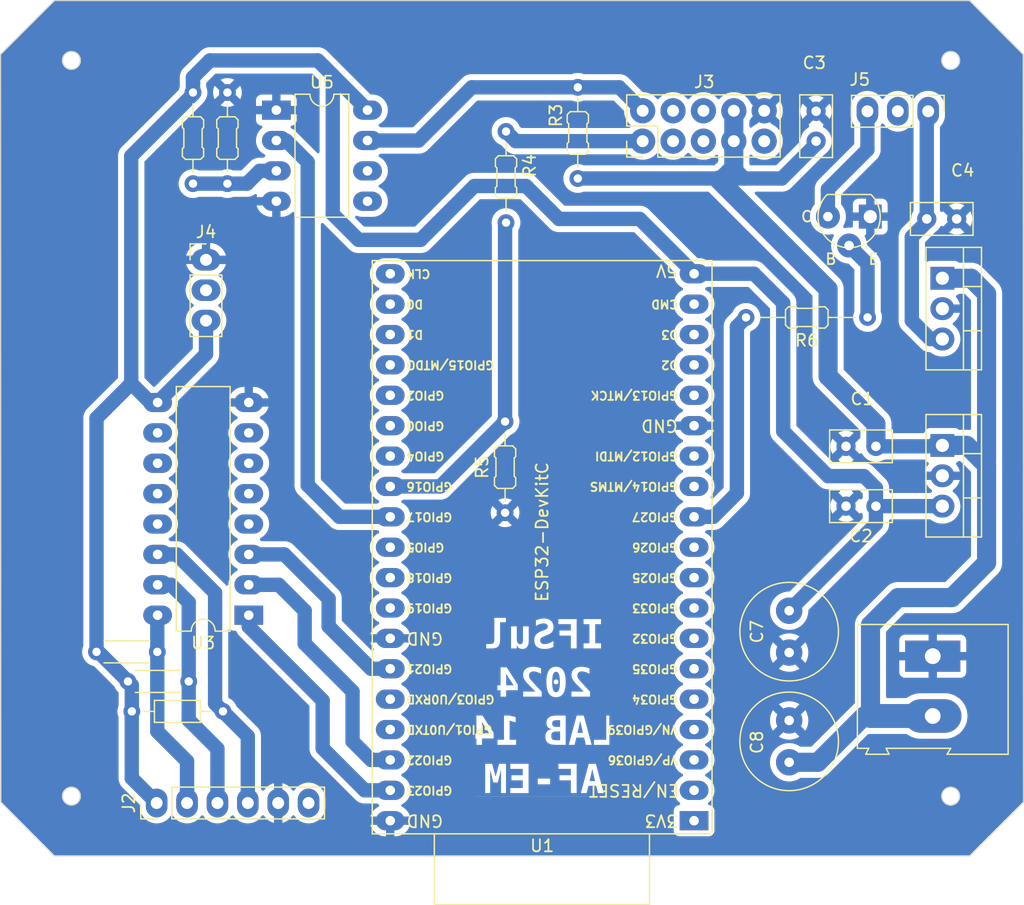
<source format=kicad_pcb>
(kicad_pcb (version 20240108) (generator "pcbnew") (generator_version "8.0")
  (layers (0 "F.Cu" signal) (31 "B.Cu" signal) (34 "B.Paste" user) (35 "F.Paste" user) (36 "B.SilkS" user "B.Silkscreen") (37 "F.SilkS" user "F.Silkscreen") (38 "B.Mask" user) (39 "F.Mask" user) (44 "Edge.Cuts" user))
  (net 0 "")
  (net 1 "GND")
  (net 2 "15 V")
  (net 34 "CLOCK")
  (net 35 "DATA")
  (net 36 "LATCH")
  (net 37 "Net-(J5-Pin_3)")
  (net 38 "Net-(Q1-B)")
  (net 39 "Net-(U1-GPIO21)")
  (net 40 "Net-(U1-GPIO22)")
  (net 41 "Net-(U1-GPIO23)")
  (net 42 "Net-(J5-Pin_1)")
  (net 43 "Net-(U5--)")
  (net 44 "RX")
  (net 45 "TX")
  (net 58 "Net-(U1-GPIO16)")
  (net 59 "Net-(U1-GPIO17)")
  (net 61 "Net-(U1-ADC2_CH7{slash}GPIO27)")
  (net 63 "VCC")
  (footprint "Connector_PinHeader_2.54mm:PinHeader_1x03_P2.54mm_Vertical" (layer "F.Cu") (at 31.35 35.77)
    (property "Reference" "J4" (at 0 -2.33 0) (layer "F.SilkS"))
    (property "Value" "5V Extra")
    (pad "1" thru_hole oval (at 0 0) (size 2.4 1.8) (drill 1) (layers "*.Cu" "*.Mask") (net 1 "GND"))
    (pad "2" thru_hole oval (at 0 2.54) (size 2.4 1.8) (drill 1) (layers "*.Cu" "*.Mask"))
    (pad "3" thru_hole oval (at 0 5.08) (size 2.4 1.8) (drill 1) (layers "*.Cu" "*.Mask") (net 63 "VCC"))
  )
  (footprint "PCM_Resistor_THT_AKL:R_Axial_DIN0204_L3.6mm_D1.6mm_P7.62mm_Horizontal" (layer "F.Cu") (at 62.43 21.35 -90)
    (property "Reference" "R3" (at 2.35 1.83 90) (layer "F.SilkS"))
    (property "Value" "1k5")
    (pad "1" thru_hole circle (at 0 0 270) (size 1.4 1.4) (drill 0.7) (layers "*.Cu" "*.Mask") (net 45 "TX"))
    (pad "2" thru_hole oval (at 7.62 0 270) (size 1.4 1.4) (drill 0.7) (layers "*.Cu" "*.Mask") (net 2 "15 V"))
  )
  (footprint "Package_TO_SOT_THT:TO-220-3_Vertical" (layer "F.Cu") (at 92.905 51.28 -90)
    (property "Reference" "U2" (hide yes))
    (property "Value" "LM7805_TO220")
    (pad "1" thru_hole rect (at 0 0 270) (size 1.905 2) (drill 1.1) (layers "*.Cu" "*.Mask") (net 2 "15 V"))
    (pad "2" thru_hole oval (at 2.54 0 270) (size 1.905 2) (drill 1.1) (layers "*.Cu" "*.Mask") (net 1 "GND"))
    (pad "3" thru_hole oval (at 5.08 0 270) (size 1.905 2) (drill 1.1) (layers "*.Cu" "*.Mask") (net 63 "VCC"))
  )
  (footprint "Connector_PinHeader_2.54mm:PinHeader_1x03_P2.54mm_Vertical" (layer "F.Cu") (at 91.72 23.35 -90)
    (property "Reference" "J5" (at -2.65 5.72 180) (layer "F.SilkS"))
    (property "Value" "Speaker")
    (pad "1" thru_hole oval (at 0 0 270) (size 2.4 1.8) (drill 1) (layers "*.Cu" "*.Mask") (net 42 "Net-(J5-Pin_1)"))
    (pad "2" thru_hole oval (at 0 2.54 270) (size 2.4 1.8) (drill 1) (layers "*.Cu" "*.Mask"))
    (pad "3" thru_hole oval (at 0 5.079999 270) (size 2.4 1.8) (drill 1) (layers "*.Cu" "*.Mask") (net 37 "Net-(J5-Pin_3)"))
  )
  (footprint "Capacitor_THT:C_Disc_D5.0mm_W2.5mm_P2.50mm" (layer "F.Cu") (at 87.35 51.36 180)
    (property "Reference" "C1" (at 1.15 3.96 180) (layer "F.SilkS"))
    (property "Value" "100n")
    (pad "1" thru_hole circle (at 0 0 180) (size 1.6 1.6) (drill 0.8) (layers "*.Cu" "*.Mask") (net 2 "15 V"))
    (pad "2" thru_hole circle (at 2.5 0 180) (size 1.6 1.6) (drill 0.8) (layers "*.Cu" "*.Mask") (net 1 "GND"))
  )
  (footprint "Capacitor_THT:C_Radial_D8.0mm_H11.5mm_P3.50mm" (layer "F.Cu") (at 80.097 65.1 -90)
    (property "Reference" "C7" (at 1.75 2.697 90) (layer "F.SilkS"))
    (property "Value" "1000u")
    (pad "1" thru_hole circle (at 0 0 270) (size 2.2 2.2) (drill 0.8) (layers "*.Cu" "*.Mask") (net 63 "VCC"))
    (pad "2" thru_hole circle (at 3.5 0 270) (size 2.2 2.2) (drill 0.8) (layers "*.Cu" "*.Mask") (net 1 "GND"))
  )
  (footprint "Capacitor_THT:C_Radial_D8.0mm_H11.5mm_P3.50mm" (layer "F.Cu") (at 80.097 77.772 90)
    (property "Reference" "C8" (at 1.672 -2.697 90) (layer "F.SilkS"))
    (property "Value" "1000u")
    (pad "1" thru_hole circle (at 0 0 90) (size 2.2 2.2) (drill 0.8) (layers "*.Cu" "*.Mask") (net 2 "15 V"))
    (pad "2" thru_hole circle (at 3.5 0 90) (size 2.2 2.2) (drill 0.8) (layers "*.Cu" "*.Mask") (net 1 "GND"))
  )
  (footprint "PCM_Resistor_THT_AKL:R_Axial_DIN0204_L3.6mm_D1.6mm_P7.62mm_Horizontal" (layer "F.Cu") (at 30.262 21.782 -90)
    (property "Reference" "R1" (hide yes))
    (property "Value" "2k2")
    (pad "1" thru_hole circle (at 0 0 270) (size 1.4 1.4) (drill 0.7) (layers "*.Cu" "*.Mask") (net 63 "VCC"))
    (pad "2" thru_hole oval (at 7.62 0 270) (size 1.4 1.4) (drill 0.7) (layers "*.Cu" "*.Mask") (net 43 "Net-(U5--)"))
  )
  (footprint "PCM_Package_TO_SOT_THT_AKL:TO-92_EBC" (layer "F.Cu") (at 86.377501 32.157501 180)
    (property "Reference" "Q1" (hide yes))
    (property "Value" "2N2222A" (hide yes))
    (fp_text user "E" (at -0.762 -3.556 0) (layer "F.SilkS") (effects (font (size 0.9 0.9))))
    (fp_text user "B" (at 2.794 -3.556 0) (layer "F.SilkS") (effects (font (size 0.9 0.9))))
    (fp_text user "C" (at 4.826 0 0) (layer "F.SilkS") (effects (font (size 0.9 0.9))))
    (pad "1" thru_hole rect (at -0.499999 0 180) (size 1.905 2) (drill 1.1) (layers "*.Cu" "*.Mask") (net 1 "GND"))
    (pad "2" thru_hole oval (at 1.27 -2.42 180) (size 2 2) (drill 0.8) (layers "*.Cu" "*.Mask") (net 38 "Net-(Q1-B)"))
    (pad "3" thru_hole oval (at 3.040001 0 180) (size 2 2) (drill 0.8) (layers "*.Cu" "*.Mask") (net 37 "Net-(J5-Pin_3)"))
  )
  (footprint "Resistor_THT:R_Axial_DIN0204_L3.6mm_D1.6mm_P7.62mm_Horizontal" (layer "F.Cu") (at 25.149356 73.514951)
    (property "Reference" "R7" (hide yes))
    (property "Value" "1k5")
    (pad "1" thru_hole circle (at 0 0) (size 1.4 1.4) (drill 0.7) (layers "*.Cu" "*.Mask") (net 63 "VCC"))
    (pad "2" thru_hole oval (at 7.62 0) (size 1.4 1.4) (drill 0.7) (layers "*.Cu" "*.Mask") (net 34 "CLOCK"))
  )
  (footprint "Capacitor_THT:C_Disc_D5.0mm_W2.5mm_P2.50mm" (layer "F.Cu") (at 82.35 25.85 90)
    (property "Reference" "C3" (at 6.55 -0.15 0) (layer "F.SilkS"))
    (property "Value" "100n")
    (pad "1" thru_hole circle (at 0 0 90) (size 1.6 1.6) (drill 0.8) (layers "*.Cu" "*.Mask") (net 2 "15 V"))
    (pad "2" thru_hole circle (at 2.5 0 90) (size 1.6 1.6) (drill 0.8) (layers "*.Cu" "*.Mask") (net 1 "GND"))
  )
  (footprint "Connector_PinHeader_2.54mm:PinHeader_1x06_P2.54mm_Vertical" (layer "F.Cu") (at 27.225 81.175 90)
    (property "Reference" "J2" (at 0 -2.33 90) (layer "F.SilkS"))
    (property "Value" "LEDs")
    (pad "1" thru_hole oval (at 0 0 90) (size 2.4 1.8) (drill 1) (layers "*.Cu" "*.Mask") (net 63 "VCC"))
    (pad "2" thru_hole oval (at 0 2.54 90) (size 2.4 1.8) (drill 1) (layers "*.Cu" "*.Mask") (net 36 "LATCH"))
    (pad "3" thru_hole oval (at 0 5.08 90) (size 2.4 1.8) (drill 1) (layers "*.Cu" "*.Mask") (net 35 "DATA"))
    (pad "4" thru_hole oval (at 0 7.62 90) (size 2.4 1.8) (drill 1) (layers "*.Cu" "*.Mask") (net 34 "CLOCK"))
    (pad "5" thru_hole oval (at 0 10.16 90) (size 2.4 1.8) (drill 1) (layers "*.Cu" "*.Mask") (net 1 "GND"))
    (pad "6" thru_hole oval (at 0 12.7 90) (size 2.4 1.8) (drill 1) (layers "*.Cu" "*.Mask"))
  )
  (footprint "Package_DIP:DIP-8_W7.62mm_LongPads" (layer "F.Cu") (at 37.23 23.255)
    (property "Reference" "U5" (at 3.81 -2.33 0) (layer "F.SilkS"))
    (property "Value" "LM311")
    (pad "1" thru_hole rect (at 0 0) (size 2.4 1.6) (drill 0.8) (layers "*.Cu" "*.Mask") (net 1 "GND"))
    (pad "2" thru_hole oval (at 0 2.54) (size 2.4 1.6) (drill 0.8) (layers "*.Cu" "*.Mask") (net 59 "Net-(U1-GPIO17)"))
    (pad "3" thru_hole oval (at 0 5.08) (size 2.4 1.6) (drill 0.8) (layers "*.Cu" "*.Mask") (net 43 "Net-(U5--)"))
    (pad "4" thru_hole oval (at 0 7.62) (size 2.4 1.6) (drill 0.8) (layers "*.Cu" "*.Mask") (net 1 "GND"))
    (pad "5" thru_hole oval (at 7.62 7.62) (size 2.4 1.6) (drill 0.8) (layers "*.Cu" "*.Mask"))
    (pad "6" thru_hole oval (at 7.62 5.08) (size 2.4 1.6) (drill 0.8) (layers "*.Cu" "*.Mask"))
    (pad "7" thru_hole oval (at 7.62 2.54) (size 2.4 1.6) (drill 0.8) (layers "*.Cu" "*.Mask") (net 45 "TX"))
    (pad "8" thru_hole oval (at 7.62 0) (size 2.4 1.6) (drill 0.8) (layers "*.Cu" "*.Mask") (net 63 "VCC"))
  )
  (footprint "Connector_PinHeader_2.54mm:PinHeader_2x05_P2.54mm_Vertical" (layer "F.Cu") (at 67.85 25.85 90)
    (property "Reference" "J3" (at 4.95 5.15 180) (layer "F.SilkS"))
    (property "Value" "Serial")
    (pad "1" thru_hole circle (at 0 0 90) (size 2.1 2.1) (drill 1) (layers "*.Cu" "*.Mask") (net 44 "RX"))
    (pad "2" thru_hole circle (at 2.54 0 90) (size 2.1 2.1) (drill 1) (layers "*.Cu" "*.Mask") (net 45 "TX"))
    (pad "3" thru_hole circle (at 0 2.54 90) (size 2.1 2.1) (drill 1) (layers "*.Cu" "*.Mask"))
    (pad "4" thru_hole circle (at 2.54 2.54 90) (size 2.1 2.1) (drill 1) (layers "*.Cu" "*.Mask"))
    (pad "5" thru_hole circle (at 0 5.08 90) (size 2.1 2.1) (drill 1) (layers "*.Cu" "*.Mask"))
    (pad "6" thru_hole circle (at 2.54 5.08 90) (size 2.1 2.1) (drill 1) (layers "*.Cu" "*.Mask"))
    (pad "7" thru_hole circle (at 0 7.62 90) (size 2.1 2.1) (drill 1) (layers "*.Cu" "*.Mask") (net 2 "15 V"))
    (pad "8" thru_hole circle (at 2.54 7.62 90) (size 2.1 2.1) (drill 1) (layers "*.Cu" "*.Mask") (net 2 "15 V"))
    (pad "9" thru_hole circle (at 0 10.16 90) (size 2.1 2.1) (drill 1) (layers "*.Cu" "*.Mask"))
    (pad "10" thru_hole circle (at 2.54 10.16 90) (size 2.1 2.1) (drill 1) (layers "*.Cu" "*.Mask") (net 1 "GND"))
  )
  (footprint "Package_DIP:DIP-16_W7.62mm_LongPads" (layer "F.Cu") (at 34.925 65.475 180)
    (property "Reference" "U3" (at 3.81 -2.33 0) (layer "F.SilkS"))
    (property "Value" "ULN2003A")
    (pad "1" thru_hole rect (at 0 0 180) (size 2.4 1.6) (drill 0.8) (layers "*.Cu" "*.Mask") (net 41 "Net-(U1-GPIO23)"))
    (pad "2" thru_hole oval (at 0 2.54 180) (size 2.4 1.6) (drill 0.8) (layers "*.Cu" "*.Mask") (net 40 "Net-(U1-GPIO22)"))
    (pad "3" thru_hole oval (at 0 5.08 180) (size 2.4 1.6) (drill 0.8) (layers "*.Cu" "*.Mask") (net 39 "Net-(U1-GPIO21)"))
    (pad "4" thru_hole oval (at 0 7.62 180) (size 2.4 1.6) (drill 0.8) (layers "*.Cu" "*.Mask"))
    (pad "5" thru_hole oval (at 0 10.16 180) (size 2.4 1.6) (drill 0.8) (layers "*.Cu" "*.Mask"))
    (pad "6" thru_hole oval (at 0 12.7 180) (size 2.4 1.6) (drill 0.8) (layers "*.Cu" "*.Mask"))
    (pad "7" thru_hole oval (at 0 15.24 180) (size 2.4 1.6) (drill 0.8) (layers "*.Cu" "*.Mask"))
    (pad "8" thru_hole oval (at 0 17.78 180) (size 2.4 1.6) (drill 0.8) (layers "*.Cu" "*.Mask") (net 1 "GND"))
    (pad "9" thru_hole oval (at 7.62 17.78 180) (size 2.4 1.6) (drill 0.8) (layers "*.Cu" "*.Mask") (net 63 "VCC"))
    (pad "10" thru_hole oval (at 7.62 15.24 180) (size 2.4 1.6) (drill 0.8) (layers "*.Cu" "*.Mask"))
    (pad "11" thru_hole oval (at 7.62 12.7 180) (size 2.4 1.6) (drill 0.8) (layers "*.Cu" "*.Mask"))
    (pad "12" thru_hole oval (at 7.62 10.16 180) (size 2.4 1.6) (drill 0.8) (layers "*.Cu" "*.Mask"))
    (pad "13" thru_hole oval (at 7.62 7.62 180) (size 2.4 1.6) (drill 0.8) (layers "*.Cu" "*.Mask"))
    (pad "14" thru_hole oval (at 7.62 5.08 180) (size 2.4 1.6) (drill 0.8) (layers "*.Cu" "*.Mask") (net 34 "CLOCK"))
    (pad "15" thru_hole oval (at 7.62 2.54 180) (size 2.4 1.6) (drill 0.8) (layers "*.Cu" "*.Mask") (net 35 "DATA"))
    (pad "16" thru_hole oval (at 7.62 0 180) (size 2.4 1.6) (drill 0.8) (layers "*.Cu" "*.Mask") (net 36 "LATCH"))
  )
  (footprint "PCM_Resistor_THT_AKL:R_Axial_DIN0204_L3.6mm_D1.6mm_P7.62mm_Horizontal" (layer "F.Cu") (at 33.14 21.782 -90)
    (property "Reference" "R2" (hide yes))
    (property "Value" "330")
    (pad "1" thru_hole circle (at 0 0 270) (size 1.4 1.4) (drill 0.7) (layers "*.Cu" "*.Mask") (net 1 "GND"))
    (pad "2" thru_hole oval (at 7.62 0 270) (size 1.4 1.4) (drill 0.7) (layers "*.Cu" "*.Mask") (net 43 "Net-(U5--)"))
  )
  (footprint "Resistor_THT:R_Axial_DIN0204_L3.6mm_D1.6mm_P5.08mm_Horizontal" (layer "F.Cu") (at 22.198215 68.54127)
    (property "Reference" "R9" (hide yes))
    (property "Value" "1k5")
    (pad "1" thru_hole circle (at 0 0) (size 1.4 1.4) (drill 0.7) (layers "*.Cu" "*.Mask") (net 63 "VCC"))
    (pad "2" thru_hole oval (at 5.08 0) (size 1.4 1.4) (drill 0.7) (layers "*.Cu" "*.Mask") (net 36 "LATCH"))
  )
  (footprint "Capacitor_THT:C_Disc_D5.0mm_W2.5mm_P2.50mm" (layer "F.Cu") (at 87.35 56.36 180)
    (property "Reference" "C2" (at 1.25 -2.5 180) (layer "F.SilkS"))
    (property "Value" "100n")
    (pad "1" thru_hole circle (at 0 0 180) (size 1.6 1.6) (drill 0.8) (layers "*.Cu" "*.Mask") (net 63 "VCC"))
    (pad "2" thru_hole circle (at 2.5 0 180) (size 1.6 1.6) (drill 0.8) (layers "*.Cu" "*.Mask") (net 1 "GND"))
  )
  (footprint "Package_TO_SOT_THT:TO-220-3_Vertical" (layer "F.Cu") (at 92.905 37.31 -90)
    (property "Reference" "U4" (hide yes))
    (property "Value" "LM7812_TO220")
    (pad "1" thru_hole rect (at 0 0 270) (size 1.905 2) (drill 1.1) (layers "*.Cu" "*.Mask") (net 2 "15 V"))
    (pad "2" thru_hole oval (at 2.54 0 270) (size 1.905 2) (drill 1.1) (layers "*.Cu" "*.Mask") (net 1 "GND"))
    (pad "3" thru_hole oval (at 5.08 0 270) (size 1.905 2) (drill 1.1) (layers "*.Cu" "*.Mask") (net 42 "Net-(J5-Pin_1)"))
  )
  (footprint "PCM_Resistor_THT_AKL:R_Axial_DIN0204_L3.6mm_D1.6mm_P10.16mm_Horizontal" (layer "F.Cu") (at 86.65 40.586 180)
    (property "Reference" "R6" (at 5.08 -1.92 180) (layer "F.SilkS"))
    (property "Value" "180")
    (pad "1" thru_hole circle (at 0 0 180) (size 1.4 1.4) (drill 0.7) (layers "*.Cu" "*.Mask") (net 38 "Net-(Q1-B)"))
    (pad "2" thru_hole oval (at 10.16 0 180) (size 1.4 1.4) (drill 0.7) (layers "*.Cu" "*.Mask") (net 61 "Net-(U1-ADC2_CH7{slash}GPIO27)"))
  )
  (footprint "Resistor_THT:R_Axial_DIN0204_L3.6mm_D1.6mm_P5.08mm_Horizontal" (layer "F.Cu") (at 24.825434 71.011639)
    (property "Reference" "R8" (hide yes))
    (property "Value" "1k5")
    (pad "1" thru_hole circle (at 0 0) (size 1.4 1.4) (drill 0.7) (layers "*.Cu" "*.Mask") (net 63 "VCC"))
    (pad "2" thru_hole oval (at 5.08 0) (size 1.4 1.4) (drill 0.7) (layers "*.Cu" "*.Mask") (net 35 "DATA"))
  )
  (footprint "PCM_Resistor_THT_AKL:R_Axial_DIN0204_L3.6mm_D1.6mm_P7.62mm_Horizontal" (layer "F.Cu") (at 56.43 25.04 -90)
    (property "Reference" "R4" (at 2.86 -1.97 90) (layer "F.SilkS"))
    (property "Value" "33k")
    (pad "1" thru_hole circle (at 0 0 270) (size 1.4 1.4) (drill 0.7) (layers "*.Cu" "*.Mask") (net 44 "RX"))
    (pad "2" thru_hole oval (at 7.62 0 270) (size 1.4 1.4) (drill 0.7) (layers "*.Cu" "*.Mask") (net 58 "Net-(U1-GPIO16)"))
  )
  (footprint "TerminalBlock:TerminalBlock_Altech_AK300-2_P5.00mm" (layer "F.Cu") (at 92.1 68.902 -90)
    (property "Reference" "J1" (hide yes))
    (property "Value" "Alimentação")
    (pad "1" thru_hole rect (at 0 0 270) (size 2.6 4.6) (drill 1.32) (layers "*.Cu" "*.Mask") (net 1 "GND"))
    (pad "2" thru_hole oval (at 5 0 270) (size 2.8 4.8) (drill 1.32) (layers "*.Cu" "*.Mask") (net 2 "15 V"))
  )
  (footprint "PCM_Resistor_THT_AKL:R_Axial_DIN0204_L3.6mm_D1.6mm_P7.62mm_Horizontal" (layer "F.Cu") (at 56.35 56.91 90)
    (property "Reference" "R5" (at 3.81 -1.92 90) (layer "F.SilkS"))
    (property "Value" "10k")
    (pad "1" thru_hole circle (at 0 0 90) (size 1.4 1.4) (drill 0.7) (layers "*.Cu" "*.Mask") (net 1 "GND"))
    (pad "2" thru_hole oval (at 7.62 0 90) (size 1.4 1.4) (drill 0.7) (layers "*.Cu" "*.Mask") (net 58 "Net-(U1-GPIO16)"))
  )
  (footprint "Capacitor_THT:C_Disc_D5.0mm_W2.5mm_P2.50mm" (layer "F.Cu") (at 91.6 32.35)
    (property "Reference" "C4" (at 3 -4.05 0) (layer "F.SilkS"))
    (property "Value" "100n")
    (pad "1" thru_hole circle (at 0 0) (size 1.6 1.6) (drill 0.8) (layers "*.Cu" "*.Mask") (net 42 "Net-(J5-Pin_1)"))
    (pad "2" thru_hole circle (at 2.5 0) (size 1.6 1.6) (drill 0.8) (layers "*.Cu" "*.Mask") (net 1 "GND"))
  )
  (footprint "PCM_Espressif:ESP32-DevKitC" (layer "F.Cu") (at 72.15 82.65344 180)
    (property "Reference" "U1" (at 12.7 -2.1 0) (layer "F.SilkS"))
    (property "Value" "ESP32-DevKitC" (at 12.7 24.13 90) (layer "F.SilkS"))
    (fp_text user "GPIO4" (at 24.13 30.48 180) (layer "F.SilkS") (effects (font (size 0.7 0.7)) (justify right)))
    (fp_text user "D0" (at 24.13 43.18 180) (layer "F.SilkS") (effects (font (size 0.7 0.7)) (justify right)))
    (fp_text user "D3" (at 1.27 40.64 180) (layer "F.SilkS") (effects (font (size 0.7 0.7)) (justify left)))
    (fp_text user "GPIO32" (at 1.27 15.24 180) (layer "F.SilkS") (effects (font (size 0.7 0.7)) (justify left)))
    (fp_text user "GPIO34" (at 1.27 10.16 180) (layer "F.SilkS") (effects (font (size 0.7 0.7)) (justify left)))
    (fp_text user "GPIO1/U0TXD" (at 24.13 7.62 180) (layer "F.SilkS") (effects (font (size 0.7 0.7)) (justify right)))
    (fp_text user "3V3" (at 1.27 0 180) (layer "F.SilkS") (effects (justify left)))
    (fp_text user "GPIO27" (at 1.27 25.4 180) (layer "F.SilkS") (effects (font (size 0.7 0.7)) (justify left)))
    (fp_text user "GPIO23" (at 24.13 2.54 180) (layer "F.SilkS") (effects (font (size 0.7 0.7)) (justify right)))
    (fp_text user "GPIO33" (at 1.27 17.78 180) (layer "F.SilkS") (effects (font (size 0.7 0.7)) (justify left)))
    (fp_text user "GPIO3/U0RXD" (at 24.13 10.16 180) (layer "F.SilkS") (effects (font (size 0.7 0.7)) (justify right)))
    (fp_text user "GPIO17" (at 24.13 25.4 180) (layer "F.SilkS") (effects (font (size 0.7 0.7)) (justify right)))
    (fp_text user "GPIO15/MTDO" (at 24.13 38.1 180) (layer "F.SilkS") (effects (font (size 0.7 0.7)) (justify right)))
    (fp_text user "GPIO0" (at 24.13 33.02 180) (layer "F.SilkS") (effects (font (size 0.7 0.7)) (justify right)))
    (fp_text user "GPIO5" (at 24.13 22.86 180) (layer "F.SilkS") (effects (font (size 0.7 0.7)) (justify right)))
    (fp_text user "GND" (at 1.27 33.02 180) (layer "F.SilkS") (effects (justify left)))
    (fp_text user "GND" (at 24.13 0 180) (layer "F.SilkS") (effects (justify right)))
    (fp_text user "D1" (at 24.13 40.64 180) (layer "F.SilkS") (effects (font (size 0.7 0.7)) (justify right)))
    (fp_text user "GPIO18" (at 24.13 20.32 180) (layer "F.SilkS") (effects (font (size 0.7 0.7)) (justify right)))
    (fp_text user "GPIO2" (at 24.13 35.56 180) (layer "F.SilkS") (effects (font (size 0.7 0.7)) (justify right)))
    (fp_text user "GND" (at 24.13 15.24 180) (layer "F.SilkS") (effects (justify right)))
    (fp_text user "CLK" (at 24.13 45.72 180) (layer "F.SilkS") (effects (font (size 0.7 0.7)) (justify right)))
    (fp_text user "CMD" (at 1.27 43.18 180) (layer "F.SilkS") (effects (font (size 0.7 0.7)) (justify left)))
    (fp_text user "D2" (at 1.27 38.1 180) (layer "F.SilkS") (effects (font (size 0.7 0.7)) (justify left)))
    (fp_text user "VP/GPIO36" (at 1.27 5.08 180) (layer "F.SilkS") (effects (font (size 0.7 0.7)) (justify left)))
    (fp_text user "5V" (at 1.26632 45.97128 180) (layer "F.SilkS") (effects (justify left)))
    (fp_text user "GPIO13/MTCK" (at 1.27 35.56 180) (layer "F.SilkS") (effects (font (size 0.7 0.7)) (justify left)))
    (fp_text user "GPIO12/MTDI" (at 1.27 30.48 180) (layer "F.SilkS") (effects (font (size 0.7 0.7)) (justify left)))
    (fp_text user "GPIO35" (at 1.27 12.7 180) (layer "F.SilkS") (effects (font (size 0.7 0.7)) (justify left)))
    (fp_text user "GPIO25" (at 1.27 20.32 180) (layer "F.SilkS") (effects (font (size 0.7 0.7)) (justify left)))
    (fp_text user "GPIO19" (at 24.13 17.78 180) (layer "F.SilkS") (effects (font (size 0.7 0.7)) (justify right)))
    (fp_text user "EN/RESET" (at 8.88632 2.53728 180) (layer "F.SilkS") (effects (justify right)))
    (fp_text user "GPIO14/MTMS" (at 1.27 27.94 180) (layer "F.SilkS") (effects (font (size 0.7 0.7)) (justify left)))
    (fp_text user "GPIO16" (at 24.13 27.94 180) (layer "F.SilkS") (effects (font (size 0.7 0.7)) (justify right)))
    (fp_text user "VN/GPIO39" (at 1.27 7.62 180) (layer "F.SilkS") (effects (font (size 0.7 0.7)) (justify left)))
    (fp_text user "GPIO26" (at 1.27 22.86 180) (layer "F.SilkS") (effects (font (size 0.7 0.7)) (justify left)))
    (fp_text user "GPIO21" (at 24.13 12.7 180) (layer "F.SilkS") (effects (font (size 0.7 0.7)) (justify right)))
    (fp_text user "GPIO22" (at 24.13 5.08 180) (layer "F.SilkS") (effects (font (size 0.7 0.7)) (justify right)))
    (pad "1" thru_hole rect (at 0 0 180) (size 2.4 1.6) (drill 0.8) (layers "*.Cu" "*.Mask"))
    (pad "2" thru_hole oval (at 0 2.54 180) (size 2.4 1.6) (drill 0.8) (layers "*.Cu" "*.Mask"))
    (pad "3" thru_hole oval (at 0 5.08 180) (size 2.4 1.6) (drill 0.8) (layers "*.Cu" "*.Mask"))
    (pad "4" thru_hole oval (at 0 7.62 180) (size 2.4 1.6) (drill 0.8) (layers "*.Cu" "*.Mask"))
    (pad "5" thru_hole oval (at 0 10.16 180) (size 2.4 1.6) (drill 0.8) (layers "*.Cu" "*.Mask"))
    (pad "6" thru_hole oval (at 0 12.7 180) (size 2.4 1.6) (drill 0.8) (layers "*.Cu" "*.Mask"))
    (pad "7" thru_hole oval (at 0 15.24 180) (size 2.4 1.6) (drill 0.8) (layers "*.Cu" "*.Mask"))
    (pad "8" thru_hole oval (at 0 17.78 180) (size 2.4 1.6) (drill 0.8) (layers "*.Cu" "*.Mask"))
    (pad "9" thru_hole oval (at 0 20.32 180) (size 2.4 1.6) (drill 0.8) (layers "*.Cu" "*.Mask"))
    (pad "10" thru_hole oval (at 0 22.86 180) (size 2.4 1.6) (drill 0.8) (layers "*.Cu" "*.Mask"))
    (pad "11" thru_hole oval (at 0 25.4 180) (size 2.4 1.6) (drill 0.8) (layers "*.Cu" "*.Mask") (net 61 "Net-(U1-ADC2_CH7{slash}GPIO27)"))
    (pad "12" thru_hole oval (at 0 27.94 180) (size 2.4 1.6) (drill 0.8) (layers "*.Cu" "*.Mask"))
    (pad "13" thru_hole oval (at 0 30.48 180) (size 2.4 1.6) (drill 0.8) (layers "*.Cu" "*.Mask"))
    (pad "14" thru_hole oval (at 0 33.02 180) (size 2.4 1.6) (drill 0.8) (layers "*.Cu" "*.Mask") (net 1 "GND"))
    (pad "15" thru_hole oval (at 0 35.56 180) (size 2.4 1.6) (drill 0.8) (layers "*.Cu" "*.Mask"))
    (pad "16" thru_hole oval (at 0 38.1 180) (size 2.4 1.6) (drill 0.8) (layers "*.Cu" "*.Mask"))
    (pad "17" thru_hole oval (at 0 40.64 180) (size 2.4 1.6) (drill 0.8) (layers "*.Cu" "*.Mask"))
    (pad "18" thru_hole oval (at 0 43.18 180) (size 2.4 1.6) (drill 0.8) (layers "*.Cu" "*.Mask"))
    (pad "19" thru_hole oval (at 0 45.72 180) (size 2.4 1.6) (drill 0.8) (layers "*.Cu" "*.Mask") (net 63 "VCC"))
    (pad "20" thru_hole oval (at 25.39632 45.71728 180) (size 2.4 1.6) (drill 0.8) (layers "*.Cu" "*.Mask"))
    (pad "21" thru_hole oval (at 25.39632 43.17728 180) (size 2.4 1.6) (drill 0.8) (layers "*.Cu" "*.Mask"))
    (pad "22" thru_hole oval (at 25.4 40.64 180) (size 2.4 1.6) (drill 0.8) (layers "*.Cu" "*.Mask"))
    (pad "23" thru_hole oval (at 25.4 38.1 180) (size 2.4 1.6) (drill 0.8) (layers "*.Cu" "*.Mask"))
    (pad "24" thru_hole oval (at 25.4 35.56 180) (size 2.4 1.6) (drill 0.8) (layers "*.Cu" "*.Mask"))
    (pad "25" thru_hole oval (at 25.4 33.02 180) (size 2.4 1.6) (drill 0.8) (layers "*.Cu" "*.Mask"))
    (pad "26" thru_hole oval (at 25.4 30.48 180) (size 2.4 1.6) (drill 0.8) (layers "*.Cu" "*.Mask"))
    (pad "27" thru_hole oval (at 25.4 27.94 180) (size 2.4 1.6) (drill 0.8) (layers "*.Cu" "*.Mask") (net 58 "Net-(U1-GPIO16)"))
    (pad "28" thru_hole oval (at 25.4 25.4 180) (size 2.4 1.6) (drill 0.8) (layers "*.Cu" "*.Mask") (net 59 "Net-(U1-GPIO17)"))
    (pad "29" thru_hole oval (at 25.4 22.86 180) (size 2.4 1.6) (drill 0.8) (layers "*.Cu" "*.Mask"))
    (pad "30" thru_hole oval (at 25.4 20.32 180) (size 2.4 1.6) (drill 0.8) (layers "*.Cu" "*.Mask"))
    (pad "31" thru_hole oval (at 25.4 17.78 180) (size 2.4 1.6) (drill 0.8) (layers "*.Cu" "*.Mask"))
    (pad "32" thru_hole oval (at 25.4 15.24 180) (size 2.4 1.6) (drill 0.8) (layers "*.Cu" "*.Mask") (net 1 "GND"))
    (pad "33" thru_hole oval (at 25.4 12.7 180) (size 2.4 1.6) (drill 0.8) (layers "*.Cu" "*.Mask") (net 39 "Net-(U1-GPIO21)"))
    (pad "34" thru_hole oval (at 25.4 10.16 180) (size 2.4 1.6) (drill 0.8) (layers "*.Cu" "*.Mask"))
    (pad "35" thru_hole oval (at 25.4 7.62 180) (size 2.4 1.6) (drill 0.8) (layers "*.Cu" "*.Mask"))
    (pad "36" thru_hole oval (at 25.4 5.08 180) (size 2.4 1.6) (drill 0.8) (layers "*.Cu" "*.Mask") (net 40 "Net-(U1-GPIO22)"))
    (pad "37" thru_hole oval (at 25.4 2.54 180) (size 2.4 1.6) (drill 0.8) (layers "*.Cu" "*.Mask") (net 41 "Net-(U1-GPIO23)"))
    (pad "38" thru_hole oval (at 25.4 0 180) (size 2.4 1.6) (drill 0.8) (layers "*.Cu" "*.Mask") (net 1 "GND"))
  )
  (gr_poly (pts (xy 95.18 85.6) (xy 99.68 81.1) (xy 99.66 18.6) (xy 95.18 14.1) (xy 18.68 14.1) (xy 14.18 18.6) (xy 14.2 81.1) (xy 18.68 85.6)) (stroke (width 0.1)) (fill none) (layer "Edge.Cuts"))
  (gr_circle (center 93.6 19.1) (end 94.35 19.1) (stroke (width 0.1)) (fill none) (layer "Edge.Cuts"))
  (gr_circle (center 20.1 80.6) (end 20.85 80.6) (stroke (width 0.1)) (fill none) (layer "Edge.Cuts"))
  (gr_circle (center 20.1 19.1) (end 20.85 19.1) (stroke (width 0.1)) (fill none) (layer "Edge.Cuts"))
  (gr_circle (center 93.6 80.6) (end 94.35 80.6) (stroke (width 0.1)) (fill none) (layer "Edge.Cuts"))
  (gr_text "IFSul\n2024\nLAB 14\nAF-EM" (at 59.6 65.85 0) (layer "B.Cu" knockout) (effects (font (size 2.4 2.4) (thickness 0.3) (bold yes)) (justify top mirror)))
  (segment (start 75.47 28.72) (end 75.72 28.97) (width 1.2) (layer "B.Cu") (net 2))
  (segment (start 76.35 28.97) (end 79.48 28.97) (width 1.2) (layer "B.Cu") (net 2))
  (segment (start 89.195 64.005) (end 93.695 64.005) (width 1.6) (layer "B.Cu") (net 2))
  (segment (start 75.47 23.31) (end 75.47 25.85) (width 1.6) (layer "B.Cu") (net 2))
  (segment (start 93.695 64.005) (end 96.6 61.1) (width 1.6) (layer "B.Cu") (net 2))
  (segment (start 92.1 73.902) (end 86.895 73.902) (width 2) (layer "B.Cu") (net 2))
  (segment (start 96.6 61.1) (end 96.6 52.943) (width 1.6) (layer "B.Cu") (net 2))
  (segment (start 83.35 38.22) (end 83.35 45.495) (width 1.6) (layer "B.Cu") (net 2))
  (segment (start 83.35 45.495) (end 87.35 49.495) (width 1.6) (layer "B.Cu") (net 2))
  (segment (start 82.495 77.772) (end 86.365 73.902) (width 1.6) (layer "B.Cu") (net 2))
  (segment (start 74.47 29.1) (end 75.47 28.1) (width 1.6) (layer "B.Cu") (net 2))
  (segment (start 87.35 49.495) (end 87.35 51.36) (width 1.6) (layer "B.Cu") (net 2))
  (segment (start 86.365 73.902) (end 86.895 73.902) (width 1.2) (layer "B.Cu") (net 2))
  (segment (start 75.47 28.1) (end 75.48 28.1) (width 1.2) (layer "B.Cu") (net 2))
  (segment (start 86.895 66.305) (end 89.195 64.005) (width 1.6) (layer "B.Cu") (net 2))
  (segment (start 62.43 28.97) (end 75.72 28.97) (width 1.2) (layer "B.Cu") (net 2))
  (segment (start 96.6 38.6) (end 96.6 52.665) (width 1.6) (layer "B.Cu") (net 2))
  (segment (start 96.6 52.943) (end 94.937 51.28) (width 1.6) (layer "B.Cu") (net 2))
  (segment (start 87.35 51.36) (end 92.825 51.36) (width 1.2) (layer "B.Cu") (net 2))
  (segment (start 94.937 51.28) (end 92.405 51.28) (width 1.6) (layer "B.Cu") (net 2))
  (segment (start 95.31 37.31) (end 96.6 38.6) (width 1.6) (layer "B.Cu") (net 2))
  (segment (start 79.48 28.97) (end 82.35 26.1) (width 1.2) (layer "B.Cu") (net 2))
  (segment (start 82.35 26.1) (end 82.35 25.85) (width 1.2) (layer "B.Cu") (net 2))
  (segment (start 74.23 29.1) (end 83.35 38.22) (width 1.6) (layer "B.Cu") (net 2))
  (segment (start 92.825 51.36) (end 92.905 51.28) (width 1.2) (layer "B.Cu") (net 2))
  (segment (start 92.905 37.31) (end 95.31 37.31) (width 1.6) (layer "B.Cu") (net 2))
  (segment (start 75.72 28.97) (end 76.35 28.97) (width 1.2) (layer "B.Cu") (net 2))
  (segment (start 74.23 29.1) (end 74.47 29.1) (width 1.2) (layer "B.Cu") (net 2))
  (segment (start 86.895 73.902) (end 86.895 66.305) (width 1.6) (layer "B.Cu") (net 2))
  (segment (start 75.47 28.1) (end 75.47 28.72) (width 1.2) (layer "B.Cu") (net 2))
  (segment (start 75.48 28.1) (end 76.35 28.97) (width 1.2) (layer "B.Cu") (net 2))
  (segment (start 75.47 25.85) (end 75.47 28.1) (width 1.6) (layer "B.Cu") (net 2))
  (segment (start 80.097 77.772) (end 82.495 77.772) (width 1.6) (layer "B.Cu") (net 2))
  (segment (start 34.845 75.596899) (end 32.109766 72.861665) (width 1.2) (layer "B.Cu") (net 34))
  (segment (start 28.895 60.395) (end 27.305 60.395) (width 1.2) (layer "B.Cu") (net 34))
  (segment (start 32.109766 63.609766) (end 28.895 60.395) (width 1.2) (layer "B.Cu") (net 34))
  (segment (start 32.109766 72.861665) (end 32.109766 63.609766) (width 1.2) (layer "B.Cu") (net 34))
  (segment (start 34.845 81.175) (end 34.845 75.596899) (width 1.2) (layer "B.Cu") (net 34))
  (segment (start 29.905434 74.235481) (end 29.904115 74.2368) (width 1.2) (layer "B.Cu") (net 35))
  (segment (start 28.435 62.935) (end 27.305 62.935) (width 1.2) (layer "B.Cu") (net 35))
  (segment (start 29.905434 71.011639) (end 29.905434 64.405434) (width 1.2) (layer "B.Cu") (net 35))
  (segment (start 32.305 81.175) (end 32.305 76.637685) (width 1.2) (layer "B.Cu") (net 35))
  (segment (start 29.905434 71.011639) (end 29.905434 74.235481) (width 1.2) (layer "B.Cu") (net 35))
  (segment (start 29.905434 64.405434) (end 28.435 62.935) (width 1.2) (layer "B.Cu") (net 35))
  (segment (start 32.305 76.637685) (end 29.904115 74.2368) (width 1.2) (layer "B.Cu") (net 35))
  (segment (start 29.765 81.175) (end 29.765 77.681) (width 1.2) (layer "B.Cu") (net 36))
  (segment (start 27.278215 65.501785) (end 27.305 65.475) (width 1.2) (layer "B.Cu") (net 36))
  (segment (start 29.765 77.681) (end 27.278215 75.194215) (width 1.2) (layer "B.Cu") (net 36))
  (segment (start 27.278215 75.194215) (end 27.278215 68.54127) (width 1.2) (layer "B.Cu") (net 36))
  (segment (start 27.278215 68.54127) (end 27.278215 65.501785) (width 1.2) (layer "B.Cu") (net 36))
  (segment (start 29.765 81.175) (end 29.765 79.972919) (width 1.2) (layer "B.Cu") (net 36))
  (segment (start 83.3375 29.8625) (end 86.640001 26.559999) (width 1.2) (layer "B.Cu") (net 37))
  (segment (start 86.640001 26.559999) (end 86.640001 23.35) (width 1.2) (layer "B.Cu") (net 37))
  (segment (start 83.3375 32.157501) (end 83.3375 29.8625) (width 1.2) (layer "B.Cu") (net 37))
  (segment (start 85.107501 34.577501) (end 86.65 36.12) (width 1.2) (layer "B.Cu") (net 38))
  (segment (start 86.65 36.12) (end 86.65 40.586) (width 1.2) (layer "B.Cu") (net 38))
  (segment (start 34.925 60.395) (end 37.895 60.395) (width 1.2) (layer "B.Cu") (net 39))
  (segment (start 37.895 60.395) (end 41.6 64.1) (width 1.2) (layer "B.Cu") (net 39))
  (segment (start 41.6 64.1) (end 41.6 66.40344) (width 1.2) (layer "B.Cu") (net 39))
  (segment (start 41.6 66.40344) (end 45.15 69.95344) (width 1.2) (layer "B.Cu") (net 39))
  (segment (start 45.15 69.95344) (end 46.75 69.95344) (width 1.2) (layer "B.Cu") (net 39))
  (segment (start 37.435 62.935) (end 34.925 62.935) (width 1.2) (layer "B.Cu") (net 40))
  (segment (start 43.6 71.85) (end 39.6 67.85) (width 1.2) (layer "B.Cu") (net 40))
  (segment (start 46.75 77.57344) (end 45.15 77.57344) (width 1.2) (layer "B.Cu") (net 40))
  (segment (start 45.15 77.57344) (end 43.6 76.02344) (width 1.2) (layer "B.Cu") (net 40))
  (segment (start 43.6 76.02344) (end 43.6 71.85) (width 1.2) (layer "B.Cu") (net 40))
  (segment (start 39.6 67.85) (end 39.6 65.1) (width 1.2) (layer "B.Cu") (net 40))
  (segment (start 39.6 65.1) (end 37.435 62.935) (width 1.2) (layer "B.Cu") (net 40))
  (segment (start 46.75 80.11344) (end 44.61344 80.11344) (width 1.2) (layer "B.Cu") (net 41))
  (segment (start 41.1 76.6) (end 41.1 72.6) (width 1.2) (layer "B.Cu") (net 41))
  (segment (start 44.61344 80.11344) (end 41.1 76.6) (width 1.2) (layer "B.Cu") (net 41))
  (segment (start 34.925 66.425) (end 34.925 65.475) (width 1.2) (layer "B.Cu") (net 41))
  (segment (start 41.1 72.6) (end 34.925 66.425) (width 1.2) (layer "B.Cu") (net 41))
  (segment (start 90.35 40.85) (end 91.89 42.39) (width 1.2) (layer "B.Cu") (net 42))
  (segment (start 91.89 42.39) (end 92.905 42.39) (width 1.2) (layer "B.Cu") (net 42))
  (segment (start 91.6 23.47) (end 91.6 32.6) (width 1.2) (layer "B.Cu") (net 42))
  (segment (start 91.6 32.6) (end 90.35 33.85) (width 1.2) (layer "B.Cu") (net 42))
  (segment (start 91.72 23.35) (end 91.6 23.47) (width 1.2) (layer "B.Cu") (net 42))
  (segment (start 90.35 33.85) (end 90.35 40.85) (width 1.2) (layer "B.Cu") (net 42))
  (segment (start 35.835 28.335) (end 37.23 28.335) (width 1.2) (layer "B.Cu") (net 43))
  (segment (start 30.262 29.402) (end 33.14 29.402) (width 1.2) (layer "B.Cu") (net 43))
  (segment (start 34.768 29.402) (end 35.835 28.335) (width 1.2) (layer "B.Cu") (net 43))
  (segment (start 33.14 29.402) (end 34.768 29.402) (width 1.2) (layer "B.Cu") (net 43))
  (segment (start 57.24 25.85) (end 56.43 25.04) (width 1.2) (layer "B.Cu") (net 44))
  (segment (start 67.85 25.85) (end 57.24 25.85) (width 1.2) (layer "B.Cu") (net 44))
  (segment (start 65.89 21.35) (end 67.85 23.31) (width 1.2) (layer "B.Cu") (net 45))
  (segment (start 62.43 21.35) (end 53.562 21.35) (width 1.2) (layer "B.Cu") (net 45))
  (segment (start 49.117 25.795) (end 44.85 25.795) (width 1.2) (layer "B.Cu") (net 45))
  (segment (start 53.562 21.35) (end 49.117 25.795) (width 1.2) (layer "B.Cu") (net 45))
  (segment (start 62.43 21.35) (end 65.89 21.35) (width 1.2) (layer "B.Cu") (net 45))
  (segment (start 50.93256 54.70744) (end 50.93256 54.71344) (width 1.2) (layer "B.Cu") (net 58))
  (segment (start 50.93256 54.71344) (end 46.75 54.71344) (width 1.2) (layer "B.Cu") (net 58))
  (segment (start 56.35 49.29) (end 50.93256 54.70744) (width 1.2) (layer "B.Cu") (net 58))
  (segment (start 56.35 49.29) (end 56.35 32.74) (width 1.2) (layer "B.Cu") (net 58))
  (segment (start 56.35 32.74) (end 56.43 32.66) (width 1.2) (layer "B.Cu") (net 58))
  (segment (start 38.045 25.795) (end 39.85 27.6) (width 1.2) (layer "B.Cu") (net 59))
  (segment (start 37.23 25.795) (end 38.045 25.795) (width 1.2) (layer "B.Cu") (net 59))
  (segment (start 42.50344 57.25344) (end 46.75 57.25344) (width 1.2) (layer "B.Cu") (net 59))
  (segment (start 39.85 27.6) (end 39.85 54.6) (width 1.2) (layer "B.Cu") (net 59))
  (segment (start 39.85 54.6) (end 42.50344 57.25344) (width 1.2) (layer "B.Cu") (net 59))
  (segment (start 75.728 41.348) (end 75.728 55.27544) (width 1.2) (layer "B.Cu") (net 61))
  (segment (start 75.728 55.27544) (end 73.75 57.25344) (width 1.2) (layer "B.Cu") (net 61))
  (segment (start 76.49 40.586) (end 75.728 41.348) (width 1.2) (layer "B.Cu") (net 61))
  (segment (start 73.75 57.25344) (end 72.15 57.25344) (width 1.2) (layer "B.Cu") (net 61))
  (segment (start 44.85 23.255) (end 40.695 19.1) (width 1.2) (layer "B.Cu") (net 63))
  (segment (start 87.35 54.85) (end 86.35 53.85) (width 1.2) (layer "B.Cu") (net 63))
  (segment (start 41.946 20.351) (end 40.695 19.1) (width 1.2) (layer "B.Cu") (net 63))
  (segment (start 49.284899 34.1) (end 44.096 34.1) (width 1.2) (layer "B.Cu") (net 63))
  (segment (start 67.6 32.35) (end 60.85 32.35) (width 1.2) (layer "B.Cu") (net 63))
  (segment (start 44.85 23.255) (end 44.545 23.255) (width 1.2) (layer "B.Cu") (net 63))
  (segment (start 58.1 29.6) (end 53.784899 29.6) (width 1.2) (layer "B.Cu") (net 63))
  (segment (start 31.35 40.85) (end 31.35 43.65) (width 1.2) (layer "B.Cu") (net 63))
  (segment (start 80.097 65.1) (end 87.35 57.847) (width 1.2) (layer "B.Cu") (net 63))
  (segment (start 26.695 47.695) (end 25.1 46.1) (width 1.2) (layer "B.Cu") (net 63))
  (segment (start 60.85 32.35) (end 58.1 29.6) (width 1.2) (layer "B.Cu") (net 63))
  (segment (start 25.142701 79.092701) (end 25.142701 73.521606) (width 1.2) (layer "B.Cu") (net 63))
  (segment (start 25.1 27.1) (end 30.262 21.938) (width 1.2) (layer "B.Cu") (net 63))
  (segment (start 22.198215 49.001785) (end 25.1 46.1) (width 1.2) (layer "B.Cu") (net 63))
  (segment (start 27.225 81.175) (end 25.142701 79.092701) (width 1.2) (layer "B.Cu") (net 63))
  (segment (start 79.6 39.378) (end 77.15544 36.93344) (width 1.2) (layer "B.Cu") (net 63))
  (segment (start 25.142701 73.521606) (end 25.149356 73.514951) (width 1.2) (layer "B.Cu") (net 63))
  (segment (start 72.15 36.93344) (end 72.15 36.9) (width 1.2) (layer "B.Cu") (net 63))
  (segment (start 83.35 53.85) (end 79.6 50.1) (width 1.2) (layer "B.Cu") (net 63))
  (segment (start 25.149356 71.335561) (end 24.825434 71.011639) (width 1.2) (layer "B.Cu") (net 63))
  (segment (start 30.262 20.52) (end 31.682 19.1) (width 1.2) (layer "B.Cu") (net 63))
  (segment (start 44.096 34.1) (end 41.946 31.95) (width 1.2) (layer "B.Cu") (net 63))
  (segment (start 87.35 57.847) (end 87.35 54.85) (width 1.2) (layer "B.Cu") (net 63))
  (segment (start 72.15 36.9) (end 67.6 32.35) (width 1.2) (layer "B.Cu") (net 63))
  (segment (start 41.946 31.95) (end 41.946 20.351) (width 1.2) (layer "B.Cu") (net 63))
  (segment (start 79.6 50.1) (end 79.6 39.378) (width 1.2) (layer "B.Cu") (net 63))
  (segment (start 31.35 43.65) (end 27.305 47.695) (width 1.2) (layer "B.Cu") (net 63))
  (segment (start 72.15 36.93344) (end 72.23344 36.85) (width 1.2) (layer "B.Cu") (net 63))
  (segment (start 22.198215 68.54127) (end 22.198215 49.001785) (width 1.2) (layer "B.Cu") (net 63))
  (segment (start 22.355065 68.54127) (end 24.825434 71.011639) (width 1.2) (layer "B.Cu") (net 63))
  (segment (start 86.35 53.85) (end 83.35 53.85) (width 1.2) (layer "B.Cu") (net 63))
  (segment (start 30.262 21.782) (end 30.262 20.52) (width 1.2) (layer "B.Cu") (net 63))
  (segment (start 30.262 21.938) (end 30.262 20.52) (width 1.2) (layer "B.Cu") (net 63))
  (segment (start 22.198215 68.54127) (end 22.355065 68.54127) (width 1.2) (layer "B.Cu") (net 63))
  (segment (start 77.15544 36.93344) (end 72.15 36.93344) (width 1.2) (layer "B.Cu") (net 63))
  (segment (start 27.305 47.695) (end 26.695 47.695) (width 1.2) (layer "B.Cu") (net 63))
  (segment (start 25.149356 73.514951) (end 25.149356 71.335561) (width 1.2) (layer "B.Cu") (net 63))
  (segment (start 25.1 46.1) (end 25.1 27.1) (width 1.2) (layer "B.Cu") (net 63))
  (segment (start 31.682 19.1) (end 40.695 19.1) (width 1.2) (layer "B.Cu") (net 63))
  (segment (start 53.784899 29.6) (end 49.284899 34.1) (width 1.2) (layer "B.Cu") (net 63))
  (segment (start 87.35 56.36) (end 92.905 56.36) (width 1.2) (layer "B.Cu") (net 63))
  (zone (net 1) (net_name "GND") (layer "B.Cu") (connect_pads (clearance 0.5)) (min_thickness 0.25) (fill yes (thermal_gap 0.5) (thermal_bridge_width 0.7))
    (polygon (pts (xy 95.18 85.6) (xy 99.68 81.1) (xy 99.68 18.6) (xy 95.18 14.1) (xy 18.68 14.1) (xy 14.18 18.6) (xy 14.2 81.1) (xy 18.68 85.6)))
  )
)
</source>
